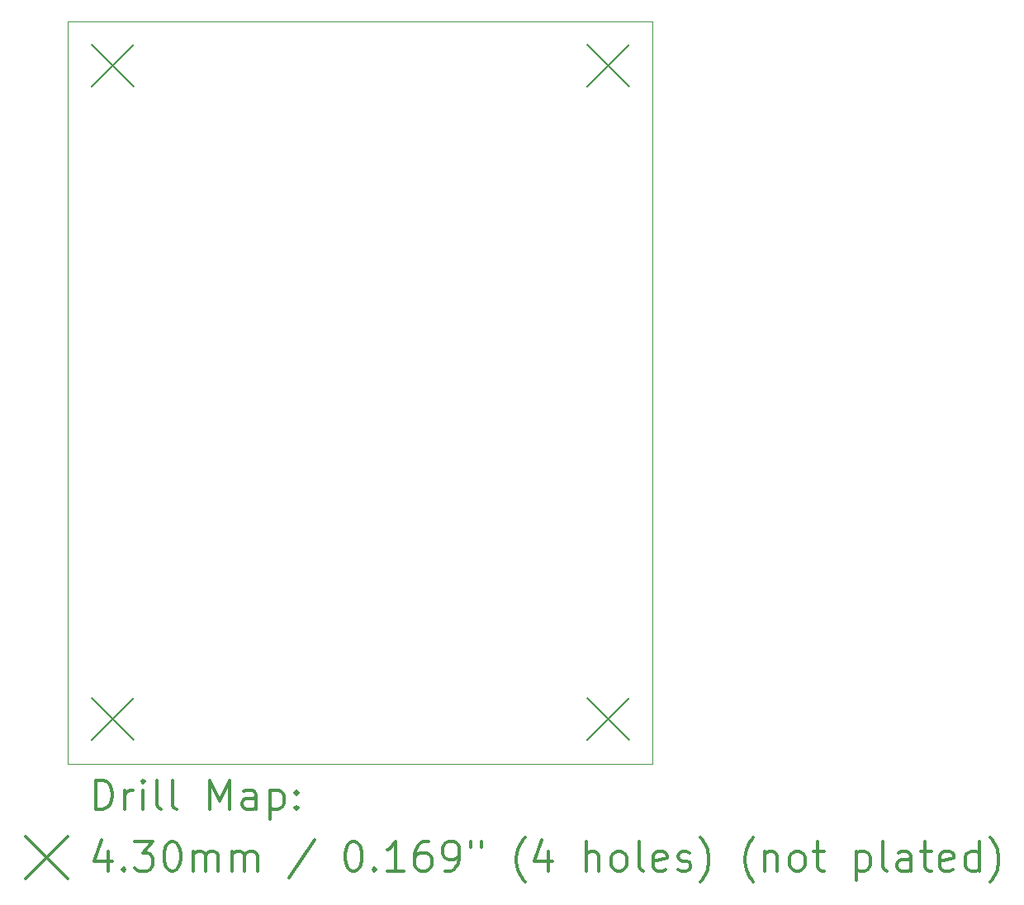
<source format=gbr>
%FSLAX45Y45*%
G04 Gerber Fmt 4.5, Leading zero omitted, Abs format (unit mm)*
G04 Created by KiCad (PCBNEW (5.1.2)-2) date 2019-08-08 10:38:03*
%MOMM*%
%LPD*%
G04 APERTURE LIST*
%ADD10C,0.050000*%
%ADD11C,0.200000*%
%ADD12C,0.300000*%
G04 APERTURE END LIST*
D10*
X4826000Y-11303000D02*
X4826000Y-3683000D01*
X10820400Y-11303000D02*
X4826000Y-11303000D01*
X10820400Y-3683000D02*
X10820400Y-11303000D01*
X4826000Y-3683000D02*
X10820400Y-3683000D01*
D11*
X10148200Y-3925200D02*
X10578200Y-4355200D01*
X10578200Y-3925200D02*
X10148200Y-4355200D01*
X10148200Y-10630800D02*
X10578200Y-11060800D01*
X10578200Y-10630800D02*
X10148200Y-11060800D01*
X5068200Y-3925200D02*
X5498200Y-4355200D01*
X5498200Y-3925200D02*
X5068200Y-4355200D01*
X5068200Y-10630800D02*
X5498200Y-11060800D01*
X5498200Y-10630800D02*
X5068200Y-11060800D01*
D12*
X5109928Y-11771214D02*
X5109928Y-11471214D01*
X5181357Y-11471214D01*
X5224214Y-11485500D01*
X5252786Y-11514071D01*
X5267071Y-11542643D01*
X5281357Y-11599786D01*
X5281357Y-11642643D01*
X5267071Y-11699786D01*
X5252786Y-11728357D01*
X5224214Y-11756929D01*
X5181357Y-11771214D01*
X5109928Y-11771214D01*
X5409928Y-11771214D02*
X5409928Y-11571214D01*
X5409928Y-11628357D02*
X5424214Y-11599786D01*
X5438500Y-11585500D01*
X5467071Y-11571214D01*
X5495643Y-11571214D01*
X5595643Y-11771214D02*
X5595643Y-11571214D01*
X5595643Y-11471214D02*
X5581357Y-11485500D01*
X5595643Y-11499786D01*
X5609928Y-11485500D01*
X5595643Y-11471214D01*
X5595643Y-11499786D01*
X5781357Y-11771214D02*
X5752786Y-11756929D01*
X5738500Y-11728357D01*
X5738500Y-11471214D01*
X5938500Y-11771214D02*
X5909928Y-11756929D01*
X5895643Y-11728357D01*
X5895643Y-11471214D01*
X6281357Y-11771214D02*
X6281357Y-11471214D01*
X6381357Y-11685500D01*
X6481357Y-11471214D01*
X6481357Y-11771214D01*
X6752786Y-11771214D02*
X6752786Y-11614071D01*
X6738500Y-11585500D01*
X6709928Y-11571214D01*
X6652786Y-11571214D01*
X6624214Y-11585500D01*
X6752786Y-11756929D02*
X6724214Y-11771214D01*
X6652786Y-11771214D01*
X6624214Y-11756929D01*
X6609928Y-11728357D01*
X6609928Y-11699786D01*
X6624214Y-11671214D01*
X6652786Y-11656929D01*
X6724214Y-11656929D01*
X6752786Y-11642643D01*
X6895643Y-11571214D02*
X6895643Y-11871214D01*
X6895643Y-11585500D02*
X6924214Y-11571214D01*
X6981357Y-11571214D01*
X7009928Y-11585500D01*
X7024214Y-11599786D01*
X7038500Y-11628357D01*
X7038500Y-11714071D01*
X7024214Y-11742643D01*
X7009928Y-11756929D01*
X6981357Y-11771214D01*
X6924214Y-11771214D01*
X6895643Y-11756929D01*
X7167071Y-11742643D02*
X7181357Y-11756929D01*
X7167071Y-11771214D01*
X7152786Y-11756929D01*
X7167071Y-11742643D01*
X7167071Y-11771214D01*
X7167071Y-11585500D02*
X7181357Y-11599786D01*
X7167071Y-11614071D01*
X7152786Y-11599786D01*
X7167071Y-11585500D01*
X7167071Y-11614071D01*
X4393500Y-12050500D02*
X4823500Y-12480500D01*
X4823500Y-12050500D02*
X4393500Y-12480500D01*
X5238500Y-12201214D02*
X5238500Y-12401214D01*
X5167071Y-12086929D02*
X5095643Y-12301214D01*
X5281357Y-12301214D01*
X5395643Y-12372643D02*
X5409928Y-12386929D01*
X5395643Y-12401214D01*
X5381357Y-12386929D01*
X5395643Y-12372643D01*
X5395643Y-12401214D01*
X5509928Y-12101214D02*
X5695643Y-12101214D01*
X5595643Y-12215500D01*
X5638500Y-12215500D01*
X5667071Y-12229786D01*
X5681357Y-12244071D01*
X5695643Y-12272643D01*
X5695643Y-12344071D01*
X5681357Y-12372643D01*
X5667071Y-12386929D01*
X5638500Y-12401214D01*
X5552786Y-12401214D01*
X5524214Y-12386929D01*
X5509928Y-12372643D01*
X5881357Y-12101214D02*
X5909928Y-12101214D01*
X5938500Y-12115500D01*
X5952786Y-12129786D01*
X5967071Y-12158357D01*
X5981357Y-12215500D01*
X5981357Y-12286929D01*
X5967071Y-12344071D01*
X5952786Y-12372643D01*
X5938500Y-12386929D01*
X5909928Y-12401214D01*
X5881357Y-12401214D01*
X5852786Y-12386929D01*
X5838500Y-12372643D01*
X5824214Y-12344071D01*
X5809928Y-12286929D01*
X5809928Y-12215500D01*
X5824214Y-12158357D01*
X5838500Y-12129786D01*
X5852786Y-12115500D01*
X5881357Y-12101214D01*
X6109928Y-12401214D02*
X6109928Y-12201214D01*
X6109928Y-12229786D02*
X6124214Y-12215500D01*
X6152786Y-12201214D01*
X6195643Y-12201214D01*
X6224214Y-12215500D01*
X6238500Y-12244071D01*
X6238500Y-12401214D01*
X6238500Y-12244071D02*
X6252786Y-12215500D01*
X6281357Y-12201214D01*
X6324214Y-12201214D01*
X6352786Y-12215500D01*
X6367071Y-12244071D01*
X6367071Y-12401214D01*
X6509928Y-12401214D02*
X6509928Y-12201214D01*
X6509928Y-12229786D02*
X6524214Y-12215500D01*
X6552786Y-12201214D01*
X6595643Y-12201214D01*
X6624214Y-12215500D01*
X6638500Y-12244071D01*
X6638500Y-12401214D01*
X6638500Y-12244071D02*
X6652786Y-12215500D01*
X6681357Y-12201214D01*
X6724214Y-12201214D01*
X6752786Y-12215500D01*
X6767071Y-12244071D01*
X6767071Y-12401214D01*
X7352786Y-12086929D02*
X7095643Y-12472643D01*
X7738500Y-12101214D02*
X7767071Y-12101214D01*
X7795643Y-12115500D01*
X7809928Y-12129786D01*
X7824214Y-12158357D01*
X7838500Y-12215500D01*
X7838500Y-12286929D01*
X7824214Y-12344071D01*
X7809928Y-12372643D01*
X7795643Y-12386929D01*
X7767071Y-12401214D01*
X7738500Y-12401214D01*
X7709928Y-12386929D01*
X7695643Y-12372643D01*
X7681357Y-12344071D01*
X7667071Y-12286929D01*
X7667071Y-12215500D01*
X7681357Y-12158357D01*
X7695643Y-12129786D01*
X7709928Y-12115500D01*
X7738500Y-12101214D01*
X7967071Y-12372643D02*
X7981357Y-12386929D01*
X7967071Y-12401214D01*
X7952786Y-12386929D01*
X7967071Y-12372643D01*
X7967071Y-12401214D01*
X8267071Y-12401214D02*
X8095643Y-12401214D01*
X8181357Y-12401214D02*
X8181357Y-12101214D01*
X8152786Y-12144071D01*
X8124214Y-12172643D01*
X8095643Y-12186929D01*
X8524214Y-12101214D02*
X8467071Y-12101214D01*
X8438500Y-12115500D01*
X8424214Y-12129786D01*
X8395643Y-12172643D01*
X8381357Y-12229786D01*
X8381357Y-12344071D01*
X8395643Y-12372643D01*
X8409928Y-12386929D01*
X8438500Y-12401214D01*
X8495643Y-12401214D01*
X8524214Y-12386929D01*
X8538500Y-12372643D01*
X8552786Y-12344071D01*
X8552786Y-12272643D01*
X8538500Y-12244071D01*
X8524214Y-12229786D01*
X8495643Y-12215500D01*
X8438500Y-12215500D01*
X8409928Y-12229786D01*
X8395643Y-12244071D01*
X8381357Y-12272643D01*
X8695643Y-12401214D02*
X8752786Y-12401214D01*
X8781357Y-12386929D01*
X8795643Y-12372643D01*
X8824214Y-12329786D01*
X8838500Y-12272643D01*
X8838500Y-12158357D01*
X8824214Y-12129786D01*
X8809928Y-12115500D01*
X8781357Y-12101214D01*
X8724214Y-12101214D01*
X8695643Y-12115500D01*
X8681357Y-12129786D01*
X8667071Y-12158357D01*
X8667071Y-12229786D01*
X8681357Y-12258357D01*
X8695643Y-12272643D01*
X8724214Y-12286929D01*
X8781357Y-12286929D01*
X8809928Y-12272643D01*
X8824214Y-12258357D01*
X8838500Y-12229786D01*
X8952786Y-12101214D02*
X8952786Y-12158357D01*
X9067071Y-12101214D02*
X9067071Y-12158357D01*
X9509928Y-12515500D02*
X9495643Y-12501214D01*
X9467071Y-12458357D01*
X9452786Y-12429786D01*
X9438500Y-12386929D01*
X9424214Y-12315500D01*
X9424214Y-12258357D01*
X9438500Y-12186929D01*
X9452786Y-12144071D01*
X9467071Y-12115500D01*
X9495643Y-12072643D01*
X9509928Y-12058357D01*
X9752786Y-12201214D02*
X9752786Y-12401214D01*
X9681357Y-12086929D02*
X9609928Y-12301214D01*
X9795643Y-12301214D01*
X10138500Y-12401214D02*
X10138500Y-12101214D01*
X10267071Y-12401214D02*
X10267071Y-12244071D01*
X10252786Y-12215500D01*
X10224214Y-12201214D01*
X10181357Y-12201214D01*
X10152786Y-12215500D01*
X10138500Y-12229786D01*
X10452786Y-12401214D02*
X10424214Y-12386929D01*
X10409928Y-12372643D01*
X10395643Y-12344071D01*
X10395643Y-12258357D01*
X10409928Y-12229786D01*
X10424214Y-12215500D01*
X10452786Y-12201214D01*
X10495643Y-12201214D01*
X10524214Y-12215500D01*
X10538500Y-12229786D01*
X10552786Y-12258357D01*
X10552786Y-12344071D01*
X10538500Y-12372643D01*
X10524214Y-12386929D01*
X10495643Y-12401214D01*
X10452786Y-12401214D01*
X10724214Y-12401214D02*
X10695643Y-12386929D01*
X10681357Y-12358357D01*
X10681357Y-12101214D01*
X10952786Y-12386929D02*
X10924214Y-12401214D01*
X10867071Y-12401214D01*
X10838500Y-12386929D01*
X10824214Y-12358357D01*
X10824214Y-12244071D01*
X10838500Y-12215500D01*
X10867071Y-12201214D01*
X10924214Y-12201214D01*
X10952786Y-12215500D01*
X10967071Y-12244071D01*
X10967071Y-12272643D01*
X10824214Y-12301214D01*
X11081357Y-12386929D02*
X11109928Y-12401214D01*
X11167071Y-12401214D01*
X11195643Y-12386929D01*
X11209928Y-12358357D01*
X11209928Y-12344071D01*
X11195643Y-12315500D01*
X11167071Y-12301214D01*
X11124214Y-12301214D01*
X11095643Y-12286929D01*
X11081357Y-12258357D01*
X11081357Y-12244071D01*
X11095643Y-12215500D01*
X11124214Y-12201214D01*
X11167071Y-12201214D01*
X11195643Y-12215500D01*
X11309928Y-12515500D02*
X11324214Y-12501214D01*
X11352786Y-12458357D01*
X11367071Y-12429786D01*
X11381357Y-12386929D01*
X11395643Y-12315500D01*
X11395643Y-12258357D01*
X11381357Y-12186929D01*
X11367071Y-12144071D01*
X11352786Y-12115500D01*
X11324214Y-12072643D01*
X11309928Y-12058357D01*
X11852786Y-12515500D02*
X11838500Y-12501214D01*
X11809928Y-12458357D01*
X11795643Y-12429786D01*
X11781357Y-12386929D01*
X11767071Y-12315500D01*
X11767071Y-12258357D01*
X11781357Y-12186929D01*
X11795643Y-12144071D01*
X11809928Y-12115500D01*
X11838500Y-12072643D01*
X11852786Y-12058357D01*
X11967071Y-12201214D02*
X11967071Y-12401214D01*
X11967071Y-12229786D02*
X11981357Y-12215500D01*
X12009928Y-12201214D01*
X12052786Y-12201214D01*
X12081357Y-12215500D01*
X12095643Y-12244071D01*
X12095643Y-12401214D01*
X12281357Y-12401214D02*
X12252786Y-12386929D01*
X12238500Y-12372643D01*
X12224214Y-12344071D01*
X12224214Y-12258357D01*
X12238500Y-12229786D01*
X12252786Y-12215500D01*
X12281357Y-12201214D01*
X12324214Y-12201214D01*
X12352786Y-12215500D01*
X12367071Y-12229786D01*
X12381357Y-12258357D01*
X12381357Y-12344071D01*
X12367071Y-12372643D01*
X12352786Y-12386929D01*
X12324214Y-12401214D01*
X12281357Y-12401214D01*
X12467071Y-12201214D02*
X12581357Y-12201214D01*
X12509928Y-12101214D02*
X12509928Y-12358357D01*
X12524214Y-12386929D01*
X12552786Y-12401214D01*
X12581357Y-12401214D01*
X12909928Y-12201214D02*
X12909928Y-12501214D01*
X12909928Y-12215500D02*
X12938500Y-12201214D01*
X12995643Y-12201214D01*
X13024214Y-12215500D01*
X13038500Y-12229786D01*
X13052786Y-12258357D01*
X13052786Y-12344071D01*
X13038500Y-12372643D01*
X13024214Y-12386929D01*
X12995643Y-12401214D01*
X12938500Y-12401214D01*
X12909928Y-12386929D01*
X13224214Y-12401214D02*
X13195643Y-12386929D01*
X13181357Y-12358357D01*
X13181357Y-12101214D01*
X13467071Y-12401214D02*
X13467071Y-12244071D01*
X13452786Y-12215500D01*
X13424214Y-12201214D01*
X13367071Y-12201214D01*
X13338500Y-12215500D01*
X13467071Y-12386929D02*
X13438500Y-12401214D01*
X13367071Y-12401214D01*
X13338500Y-12386929D01*
X13324214Y-12358357D01*
X13324214Y-12329786D01*
X13338500Y-12301214D01*
X13367071Y-12286929D01*
X13438500Y-12286929D01*
X13467071Y-12272643D01*
X13567071Y-12201214D02*
X13681357Y-12201214D01*
X13609928Y-12101214D02*
X13609928Y-12358357D01*
X13624214Y-12386929D01*
X13652786Y-12401214D01*
X13681357Y-12401214D01*
X13895643Y-12386929D02*
X13867071Y-12401214D01*
X13809928Y-12401214D01*
X13781357Y-12386929D01*
X13767071Y-12358357D01*
X13767071Y-12244071D01*
X13781357Y-12215500D01*
X13809928Y-12201214D01*
X13867071Y-12201214D01*
X13895643Y-12215500D01*
X13909928Y-12244071D01*
X13909928Y-12272643D01*
X13767071Y-12301214D01*
X14167071Y-12401214D02*
X14167071Y-12101214D01*
X14167071Y-12386929D02*
X14138500Y-12401214D01*
X14081357Y-12401214D01*
X14052786Y-12386929D01*
X14038500Y-12372643D01*
X14024214Y-12344071D01*
X14024214Y-12258357D01*
X14038500Y-12229786D01*
X14052786Y-12215500D01*
X14081357Y-12201214D01*
X14138500Y-12201214D01*
X14167071Y-12215500D01*
X14281357Y-12515500D02*
X14295643Y-12501214D01*
X14324214Y-12458357D01*
X14338500Y-12429786D01*
X14352786Y-12386929D01*
X14367071Y-12315500D01*
X14367071Y-12258357D01*
X14352786Y-12186929D01*
X14338500Y-12144071D01*
X14324214Y-12115500D01*
X14295643Y-12072643D01*
X14281357Y-12058357D01*
M02*

</source>
